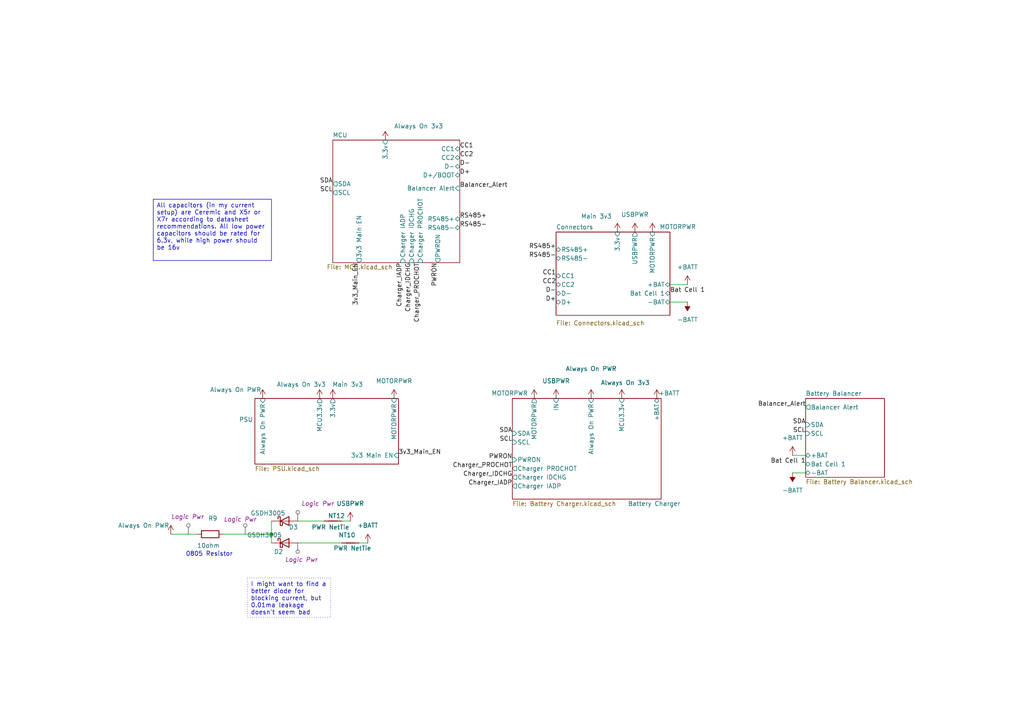
<source format=kicad_sch>
(kicad_sch (version 20250114) (generator "eeschema") (generator_version "9.0")
  (paper "A4")
  (title_block (title "CACKLE 2s 40A PSU & Charger") (date "2025-11-17") (rev "V1.1") (company "Author: Asher Edwards") (comment 1 "Licensed under CERN-OHL-S"))
  (lib_symbols
    (symbol "Device:D_Schottky" (pin_numbers (hide yes)) (pin_names (offset 1.016) (hide yes))
      (property "Reference" "D" (at 0 2.54 0))
      (property "Value" "D_Schottky" (at 0 -2.54 0))
      (symbol "D_Schottky_0_1"
        (polyline (pts (xy -1.905 0.635) (xy -1.905 1.27) (xy -1.27 1.27) (xy -1.27 -1.27) (xy -0.635 -1.27) (xy -0.635 -0.635)) (stroke (width 0.254)))
        (polyline (pts (xy 1.27 1.27) (xy 1.27 -1.27) (xy -1.27 0) (xy 1.27 1.27)) (stroke (width 0.254)))
        (polyline (pts (xy 1.27 0) (xy -1.27 0)))
      )
      (symbol "D_Schottky_1_1"
        (pin passive line (at -3.81 0 0) (length 2.54) (name "K") (number "1"))
        (pin passive line (at 3.81 0 180) (length 2.54) (name "A") (number "2"))
      )
    )
    (symbol "Device:NetTie_2" (pin_numbers (hide yes)) (pin_names (offset 0) (hide yes)) (in_bom no)
      (property "Reference" "NT" (at 0 1.27 0))
      (property "Value" "NetTie_2" (at 0 -1.27 0))
      (symbol "NetTie_2_0_1"
        (polyline (pts (xy -1.27 0) (xy 1.27 0)) (stroke (width 0.254)))
      )
      (symbol "NetTie_2_1_1"
        (pin passive line (at -2.54 0 0) (length 2.54) (name "1") (number "1"))
        (pin passive line (at 2.54 0 180) (length 2.54) (name "2") (number "2"))
      )
    )
    (symbol "Device:R" (pin_numbers (hide yes)) (pin_names (offset 0))
      (property "Reference" "R" (at 2.032 0 90))
      (property "Value" "R" (at 0 0 90))
      (symbol "R_0_1"
        (rectangle (start -1.016 -2.54) (end 1.016 2.54) (stroke (width 0.254)))
      )
      (symbol "R_1_1"
        (pin passive line (at 0 3.81 270) (length 1.27) (name "~") (number "1"))
        (pin passive line (at 0 -3.81 90) (length 1.27) (name "~") (number "2"))
      )
    )
    (symbol "power:+3V3" (power) (pin_numbers (hide yes)) (pin_names (offset 0) (hide yes))
      (property "Value" "+3V3" (at 0 3.556 0))
      (symbol "+3V3_0_1"
        (polyline (pts (xy -0.762 1.27) (xy 0 2.54)))
        (polyline (pts (xy 0 2.54) (xy 0.762 1.27)))
        (polyline (pts (xy 0 0) (xy 0 2.54)))
      )
      (symbol "+3V3_1_1"
        (pin power_in line (at 0 0 90) (length 0) (name "~") (number "1"))
      )
    )
    (symbol "power:+BATT" (power) (pin_numbers (hide yes)) (pin_names (offset 0) (hide yes))
      (property "Value" "+BATT" (at 0 3.556 0))
      (symbol "+BATT_0_1"
        (polyline (pts (xy -0.762 1.27) (xy 0 2.54)))
        (polyline (pts (xy 0 2.54) (xy 0.762 1.27)))
        (polyline (pts (xy 0 0) (xy 0 2.54)))
      )
      (symbol "+BATT_1_1"
        (pin power_in line (at 0 0 90) (length 0) (name "~") (number "1"))
      )
    )
    (symbol "power:-BATT" (power) (pin_numbers (hide yes)) (pin_names (offset 0) (hide yes))
      (property "Value" "-BATT" (at 0 3.556 0))
      (symbol "-BATT_0_1"
        (polyline (pts (xy 0 0) (xy 0 2.54)))
        (polyline (pts (xy 0.762 1.27) (xy -0.762 1.27) (xy 0 2.54) (xy 0.762 1.27)) (fill (type outline)))
      )
      (symbol "-BATT_1_1"
        (pin power_in line (at 0 0 90) (length 0) (name "~") (number "1"))
      )
    )
  )
  (text "0805 Resistor" (at 60.706 160.782 0) (effects (font (size 1.27 1.27))))
  (text_box "All capacitors (in my current setup) are Ceremic and X5r or X7r according to datasheet recommendations. All low power capacitors should be rated for 6.3v, while high power should be 16v" (at 44.45 57.785 0) (size 34.29 17.78) (margins 0.9525 0.9525 0.9525 0.9525) (effects (font (size 1.27 1.27)) (justify left top)))
  (text_box "I might want to find a better diode for blocking current, but 0.01ma leakage doesn't seem bad" (at 71.755 167.64 0) (size 24.13 11.43) (margins 0.9525 0.9525 0.9525 0.9525) (stroke (width 0) (type dot)) (fill (type color) (color 255 10 16 0)) (effects (font (size 1.27 1.27)) (justify left top)))
  (junction (at 78.74 154.94))
  (wire (pts (xy 99.06 151.13) (xy 101.6 151.13)))
  (wire (pts (xy 64.77 154.94) (xy 78.74 154.94)))
  (wire (pts (xy 194.31 82.55) (xy 199.39 82.55)))
  (wire (pts (xy 194.31 87.63) (xy 199.39 87.63)))
  (wire (pts (xy 86.36 157.48) (xy 99.06 157.48)))
  (wire (pts (xy 104.14 157.48) (xy 106.68 157.48)))
  (wire (pts (xy 229.87 137.16) (xy 233.68 137.16)))
  (wire (pts (xy 78.74 151.13) (xy 78.74 154.94)))
  (wire (pts (xy 78.74 154.94) (xy 78.74 157.48)))
  (wire (pts (xy 86.36 151.13) (xy 93.98 151.13)))
  (wire (pts (xy 229.87 132.08) (xy 233.68 132.08)))
  (wire (pts (xy 49.53 154.94) (xy 57.15 154.94)))
  (label "CC2" (at 133.35 45.72 0))
  (label "D+" (at 133.35 50.8 0))
  (label "Bat Cell 1" (at 233.68 134.62 180))
  (label "Charger_PROCHOT" (at 121.92 76.2 270))
  (label "Charger_IADP" (at 148.59 140.97 180))
  (label "SDA" (at 148.59 125.73 180))
  (label "RS485+" (at 161.29 72.39 180))
  (label "D-" (at 133.35 48.26 0))
  (label "SCL" (at 148.59 128.27 180))
  (label "RS485-" (at 161.29 74.93 180))
  (label "D+" (at 161.29 87.63 180))
  (label "3v3_Main_EN" (at 104.14 76.2 270))
  (label "Charger_IADP" (at 116.84 76.2 270))
  (label "SDA" (at 96.52 53.34 180))
  (label "CC1" (at 161.29 80.01 180))
  (label "SCL" (at 233.68 125.73 180))
  (label "SDA" (at 233.68 123.19 180))
  (label "Bat Cell 1" (at 194.31 85.09 0))
  (label "Balancer_Alert" (at 233.68 118.11 180))
  (label "RS485-" (at 133.35 66.04 0))
  (label "CC2" (at 161.29 82.55 180))
  (label "Balancer_Alert" (at 133.35 54.61 0))
  (label "D-" (at 161.29 85.09 180))
  (label "Charger_PROCHOT" (at 148.59 135.89 180))
  (label "Charger_IDCHG" (at 148.59 138.43 180))
  (label "CC1" (at 133.35 43.18 0))
  (label "RS485+" (at 133.35 63.5 0))
  (label "3v3_Main_EN" (at 115.57 132.08 0))
  (label "PWRON" (at 127 76.2 270))
  (label "SCL" (at 96.52 55.88 180))
  (label "Charger_IDCHG" (at 119.38 76.2 270))
  (label "PWRON" (at 148.59 133.35 180))
  (netclass_flag "" (length 2.54) (shape round) (at 71.12 154.94 0) (property "Netclass" "Logic Pwr" (at 74.422 150.622 0) (effects (font (italic yes)) (justify right))))
  (netclass_flag "" (length 2.54) (shape round) (at 86.36 157.48 180) (property "Netclass" "Logic Pwr" (at 92.202 162.306 0) (effects (font (italic yes)) (justify right))))
  (netclass_flag "" (length 2.54) (shape round) (at 54.61 154.94 0) (property "Netclass" "Logic Pwr" (at 59.182 149.86 0) (effects (font (italic yes)) (justify right))))
  (netclass_flag "" (length 2.54) (shape round) (at 86.36 151.13 0) (property "Netclass" "Logic Pwr" (at 87.376 146.05 0) (effects (font (italic yes)) (justify left))))
  (symbol (lib_id "power:-BATT") (at 199.39 87.63 180) (unit 1)
    (property "Reference" "#PWR025" (effects (hide yes)))
    (property "Value" "-BATT" (at 199.39 92.71 0))
    (property "Description" "Power symbol creates a global label with name \"-BATT\"" (effects (hide yes)))
  )
  (symbol (lib_id "power:+3V3") (at 92.71 115.57 0) (unit 1)
    (property "Reference" "#PWR035" (effects (hide yes)))
    (property "Value" "Always On 3v3" (at 87.376 111.506 0))
    (property "Description" "Power symbol creates a global label with name \"+3V3\"" (effects (hide yes)))
  )
  (symbol (lib_id "power:+BATT") (at 199.39 82.55 0) (unit 1)
    (property "Reference" "#PWR023" (effects (hide yes)))
    (property "Value" "+BATT" (at 199.39 77.47 0))
    (property "Description" "Power symbol creates a global label with name \"+BATT\"" (effects (hide yes)))
  )
  (symbol (lib_id "power:+BATT") (at 190.5 115.57 0) (unit 1)
    (property "Reference" "#PWR026" (effects (hide yes)))
    (property "Value" "+BATT" (at 194.056 114.046 0))
    (property "Description" "Power symbol creates a global label with name \"+BATT\"" (effects (hide yes)))
  )
  (symbol (lib_id "power:+3V3") (at 184.15 67.31 0) (unit 1)
    (property "Reference" "#PWR046" (effects (hide yes)))
    (property "Value" "USBPWR" (at 184.15 62.23 0))
    (property "Description" "Power symbol creates a global label with name \"+3V3\"" (effects (hide yes)))
  )
  (symbol (lib_id "power:+3V3") (at 49.53 154.94 0) (unit 1)
    (property "Reference" "#PWR039" (effects (hide yes)))
    (property "Value" "Always On PWR" (at 41.656 152.4 0))
    (property "Description" "Power symbol creates a global label with name \"+3V3\"" (effects (hide yes)))
  )
  (symbol (lib_id "power:+3V3") (at 154.94 115.57 0) (unit 1)
    (property "Reference" "#PWR043" (effects (hide yes)))
    (property "Value" "MOTORPWR" (at 147.828 114.046 0))
    (property "Description" "Power symbol creates a global label with name \"+3V3\"" (effects (hide yes)))
  )
  (symbol (lib_id "power:-BATT") (at 229.87 137.16 180) (unit 1)
    (property "Reference" "#PWR018" (effects (hide yes)))
    (property "Value" "-BATT" (at 229.87 142.24 0))
    (property "Description" "Power symbol creates a global label with name \"-BATT\"" (effects (hide yes)))
  )
  (symbol (lib_id "power:+3V3") (at 111.76 40.64 0) (unit 1)
    (property "Reference" "#PWR037" (effects (hide yes)))
    (property "Value" "Always On 3v3" (at 121.412 36.576 0))
    (property "Description" "Power symbol creates a global label with name \"+3V3\"" (effects (hide yes)))
  )
  (symbol (lib_id "power:+3V3") (at 179.07 67.31 0) (unit 1)
    (property "Reference" "#PWR029" (effects (hide yes)))
    (property "Value" "Main 3v3" (at 172.974 62.738 0))
    (property "Description" "Power symbol creates a global label with name \"+3V3\"" (effects (hide yes)))
  )
  (symbol (lib_id "power:+3V3") (at 161.29 115.57 0) (unit 1)
    (property "Reference" "#PWR045" (effects (hide yes)))
    (property "Value" "USBPWR" (at 161.29 110.49 0))
    (property "Description" "Power symbol creates a global label with name \"+3V3\"" (effects (hide yes)))
  )
  (symbol (lib_id "power:+3V3") (at 76.2 115.57 0) (unit 1)
    (property "Reference" "#PWR041" (effects (hide yes)))
    (property "Value" "Always On PWR" (at 68.326 113.03 0))
    (property "Description" "Power symbol creates a global label with name \"+3V3\"" (effects (hide yes)))
  )
  (symbol (lib_id "Device:R") (at 60.96 154.94 90) (unit 1)
    (property "Reference" "R9" (at 61.722 150.368 90))
    (property "Value" "10ohm" (at 60.452 158.242 90))
    (property "Footprint" "Resistor_SMD:R_0805_2012Metric" (effects (hide yes)))
    (property "Description" "Resistor" (effects (hide yes)))
    (property "LCSC" "C17415" (effects (hide yes)))
  )
  (symbol (lib_id "power:+3V3") (at 101.6 151.13 0) (unit 1)
    (property "Reference" "#PWR048" (effects (hide yes)))
    (property "Value" "USBPWR" (at 101.6 146.05 0))
    (property "Description" "Power symbol creates a global label with name \"+3V3\"" (effects (hide yes)))
  )
  (symbol (lib_id "power:+3V3") (at 114.3 115.57 0) (unit 1)
    (property "Reference" "#PWR042" (effects (hide yes)))
    (property "Value" "MOTORPWR" (at 114.3 110.49 0))
    (property "Description" "Power symbol creates a global label with name \"+3V3\"" (effects (hide yes)))
  )
  (symbol (lib_id "power:+3V3") (at 96.52 115.57 0) (unit 1)
    (property "Reference" "#PWR027" (effects (hide yes)))
    (property "Value" "Main 3v3" (at 100.838 111.506 0))
    (property "Description" "Power symbol creates a global label with name \"+3V3\"" (effects (hide yes)))
  )
  (symbol (lib_id "power:+BATT") (at 229.87 132.08 0) (unit 1)
    (property "Reference" "#PWR016" (effects (hide yes)))
    (property "Value" "+BATT" (at 229.87 127 0))
    (property "Description" "Power symbol creates a global label with name \"+BATT\"" (effects (hide yes)))
  )
  (symbol (lib_id "Device:D_Schottky") (at 82.55 151.13 0) (unit 1)
    (property "Reference" "D3" (at 85.09 152.908 0))
    (property "Value" "GSDH3005" (at 77.724 148.844 0))
    (property "Footprint" "Diode_SMD:D_0402_1005Metric" (effects (hide yes)))
    (property "Description" "Schottky diode" (effects (hide yes)))
    (property "Sim.Device" "D" (effects (hide yes)))
    (property "Sim.Pins" "1=K 2=A" (effects (hide yes)))
    (property "LCSC" "C2837790" (effects (hide yes)))
  )
  (symbol (lib_id "power:+3V3") (at 189.23 67.31 0) (unit 1)
    (property "Reference" "#PWR044" (effects (hide yes)))
    (property "Value" "MOTORPWR" (at 196.596 65.786 0))
    (property "Description" "Power symbol creates a global label with name \"+3V3\"" (effects (hide yes)))
  )
  (symbol (lib_id "power:+3V3") (at 180.34 115.57 0) (unit 1)
    (property "Reference" "#PWR038" (effects (hide yes)))
    (property "Value" "Always On 3v3" (at 181.356 110.998 0))
    (property "Description" "Power symbol creates a global label with name \"+3V3\"" (effects (hide yes)))
  )
  (symbol (lib_id "power:+BATT") (at 106.68 157.48 0) (unit 1)
    (property "Reference" "#PWR047" (effects (hide yes)))
    (property "Value" "+BATT" (at 106.68 152.4 0))
    (property "Description" "Power symbol creates a global label with name \"+BATT\"" (effects (hide yes)))
  )
  (symbol (lib_id "Device:NetTie_2") (at 101.6 157.48 0) (unit 1) (in_bom no)
    (property "Reference" "NT10" (at 103.124 155.194 0) (effects (justify right)))
    (property "Value" "PWR NetTie" (at 107.696 159.004 0) (effects (justify right)))
    (property "Footprint" "custom_Connector:NetTie-2_SMD_Pad0.28mm" (effects (hide yes)))
    (property "Description" "Net tie, 2 pins" (effects (hide yes)))
  )
  (symbol (lib_id "power:+3V3") (at 171.45 115.57 0) (unit 1)
    (property "Reference" "#PWR040" (effects (hide yes)))
    (property "Value" "Always On PWR" (at 171.45 106.934 0))
    (property "Description" "Power symbol creates a global label with name \"+3V3\"" (effects (hide yes)))
  )
  (symbol (lib_id "Device:D_Schottky") (at 82.55 157.48 0) (unit 1)
    (property "Reference" "D2" (at 80.772 160.02 0))
    (property "Value" "GSDH3005" (at 76.708 155.194 0))
    (property "Footprint" "Diode_SMD:D_0402_1005Metric" (effects (hide yes)))
    (property "Description" "Schottky diode" (effects (hide yes)))
    (property "Sim.Device" "D" (effects (hide yes)))
    (property "Sim.Pins" "1=K 2=A" (effects (hide yes)))
    (property "LCSC" "C2837790" (effects (hide yes)))
  )
  (symbol (lib_id "Device:NetTie_2") (at 96.52 151.13 0) (unit 1) (in_bom no)
    (property "Reference" "NT12" (at 100.076 149.606 0) (effects (justify right)))
    (property "Value" "PWR NetTie" (at 101.346 152.908 0) (effects (justify right)))
    (property "Footprint" "custom_Connector:NetTie-2_SMD_Pad0.28mm" (effects (hide yes)))
    (property "Description" "Net tie, 2 pins" (effects (hide yes)))
  )
  (sheet (at 161.29 67.31) (size 33.02 24.13) (stroke (width 0.1524))
    (property "Sheetname" "Connectors" (at 161.29 66.5984 0) (effects (justify left bottom)))
    (property "Sheetfile" "Connectors.kicad_sch" (at 161.29 92.964 0) (effects (justify left top)))
    (pin "USBPWR" output (at 184.15 67.31 90))
    (pin "Bat Cell 1" bidirectional (at 194.31 85.09 0))
    (pin "+BAT" bidirectional (at 194.31 82.55 0))
    (pin "-BAT" bidirectional (at 194.31 87.63 0))
    (pin "MOTORPWR" input (at 189.23 67.31 90))
    (pin "RS485+" bidirectional (at 161.29 72.39 180))
    (pin "3.3v" input (at 179.07 67.31 90))
    (pin "RS485-" bidirectional (at 161.29 74.93 180))
    (pin "CC1" bidirectional (at 161.29 80.01 180))
    (pin "CC2" bidirectional (at 161.29 82.55 180))
    (pin "D-" bidirectional (at 161.29 85.09 180))
    (pin "D+" bidirectional (at 161.29 87.63 180))
  )
  (sheet (at 148.59 115.57) (size 43.18 29.21) (stroke (width 0.1524))
    (property "Sheetname" "Battery Charger" (at 182.118 146.812 0) (effects (justify left bottom)))
    (property "Sheetfile" "Battery Charger.kicad_sch" (at 148.59 145.3646 0) (effects (justify left top)))
    (pin "SDA" input (at 148.59 125.73 180))
    (pin "SCL" input (at 148.59 128.27 180))
    (pin "+BAT" bidirectional (at 190.5 115.57 90))
    (pin "IN" input (at 161.29 115.57 90))
    (pin "MOTORPWR" output (at 154.94 115.57 90))
    (pin "Charger PROCHOT" output (at 148.59 135.89 180))
    (pin "Charger IADP" output (at 148.59 140.97 180))
    (pin "Charger IDCHG" output (at 148.59 138.43 180))
    (pin "PWRON" input (at 148.59 133.35 180))
    (pin "Always On PWR" input (at 171.45 115.57 90))
    (pin "MCU3.3v" input (at 180.34 115.57 90))
  )
  (sheet (at 96.52 40.64) (size 36.83 35.56) (stroke (width 0.1524))
    (property "Sheetname" "MCU" (at 96.52 39.9284 0) (effects (justify left bottom)))
    (property "Sheetfile" "MCU.kicad_sch" (at 94.742 76.708 0) (effects (justify left top)))
    (pin "3.3v" input (at 111.76 40.64 90))
    (pin "SDA" output (at 96.52 53.34 180))
    (pin "SCL" output (at 96.52 55.88 180))
    (pin "Charger PROCHOT" input (at 121.92 76.2 270))
    (pin "RS485-" bidirectional (at 133.35 66.04 0))
    (pin "RS485+" bidirectional (at 133.35 63.5 0))
    (pin "Balancer Alert" input (at 133.35 54.61 0))
    (pin "Charger IDCHG" input (at 119.38 76.2 270))
    (pin "Charger IADP" input (at 116.84 76.2 270))
    (pin "PWRON" output (at 127 76.2 270))
    (pin "D+{slash}BOOT" bidirectional (at 133.35 50.8 0))
    (pin "CC2" bidirectional (at 133.35 45.72 0))
    (pin "D-" bidirectional (at 133.35 48.26 0))
    (pin "CC1" bidirectional (at 133.35 43.18 0))
    (pin "3v3 Main EN" output (at 104.14 76.2 270))
  )
  (sheet (at 233.68 115.57) (size 22.86 22.86) (stroke (width 0.1524))
    (property "Sheetname" "Battery Balancer" (at 233.68 114.8584 0) (effects (justify left bottom)))
    (property "Sheetfile" "Battery Balancer.kicad_sch" (at 233.68 139.0146 0) (effects (justify left top)))
    (pin "-BAT" bidirectional (at 233.68 137.16 180))
    (pin "SDA" input (at 233.68 123.19 180))
    (pin "SCL" input (at 233.68 125.73 180))
    (pin "+BAT" bidirectional (at 233.68 132.08 180))
    (pin "Bat Cell 1" bidirectional (at 233.68 134.62 180))
    (pin "Balancer Alert" output (at 233.68 118.11 180))
  )
  (sheet (at 73.914 115.57) (size 41.656 19.05) (stroke (width 0.1524))
    (property "Sheetname" "PSU" (at 69.342 122.428 0) (effects (justify left bottom)))
    (property "Sheetfile" "PSU.kicad_sch" (at 73.914 135.2046 0) (effects (justify left top)))
    (pin "3.3v" output (at 96.52 115.57 90))
    (pin "MCU3.3v" output (at 92.71 115.57 90))
    (pin "MOTORPWR" input (at 114.3 115.57 90))
    (pin "Always On PWR" input (at 76.2 115.57 90))
    (pin "3v3 Main EN" input (at 115.57 132.08 0))
  )
)
</source>
